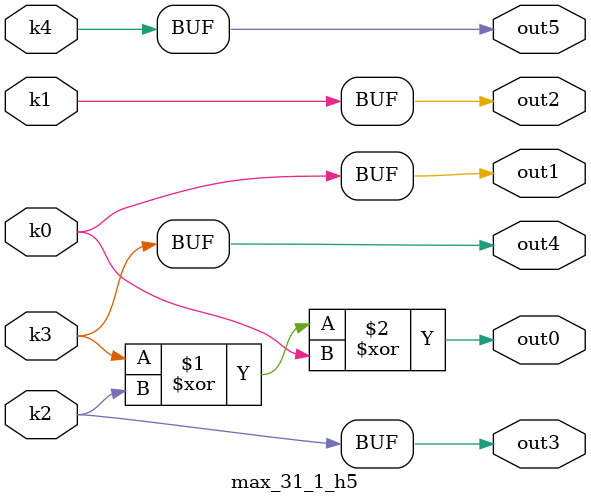
<source format=v>
module max_31_1(pi0, pi1, pi2, pi3, pi4, pi5, pi6, pi7, po0, po1, po2, po3, po4, po5);
input pi0, pi1, pi2, pi3, pi4, pi5, pi6, pi7;
output po0, po1, po2, po3, po4, po5;
wire k0, k1, k2, k3, k4;
max_31_1_w5 DUT1 (pi0, pi1, pi2, pi3, pi4, pi5, pi6, pi7, k0, k1, k2, k3, k4);
max_31_1_h5 DUT2 (k0, k1, k2, k3, k4, po0, po1, po2, po3, po4, po5);
endmodule

module max_31_1_w5(in7, in6, in5, in4, in3, in2, in1, in0, k4, k3, k2, k1, k0);
input in7, in6, in5, in4, in3, in2, in1, in0;
output k4, k3, k2, k1, k0;
assign k0 =   in0 ? ~in6 : ~in3;
assign k1 =   in0 ? ~in7 : ~in4;
assign k2 =   ~in5 & in2;
assign k3 =   (in1 | (~in6 & in3) | (~in7 & in4)) & (in2 | ~in5) & (~in6 | in3);
assign k4 =   ~in4 & in7;
endmodule

module max_31_1_h5(k4, k3, k2, k1, k0, out5, out4, out3, out2, out1, out0);
input k4, k3, k2, k1, k0;
output out5, out4, out3, out2, out1, out0;
assign out0 = k3 ^ k2 ^ k0;
assign out1 = k0;
assign out2 = k1;
assign out3 = k2;
assign out4 = k3;
assign out5 = k4;
endmodule

</source>
